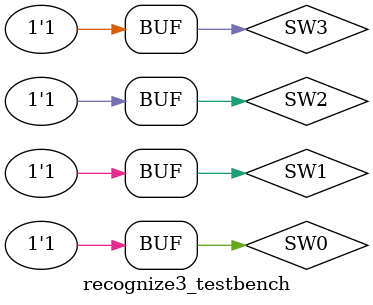
<source format=sv>
module recognize3(LEDvalue, SW3, SW2, SW1, SW0);
	output LEDvalue;
	input SW3, SW2, SW1, SW0;
	
	assign LEDvalue = (~SW3)*(~SW2)*SW1*SW0;
endmodule

module recognize3_testbench();
	reg SW3, SW2, SW1, SW0;
	wire LEDvalue;
	
	recognize3 dut (.LEDvalue, .SW3, .SW2, .SW1, .SW0);
	
	initial begin
		SW3=0; SW2=0; SW1=0; SW0=0; #10;
		SW3=0; SW2=0; SW1=0; SW0=1; #10;
		SW3=0; SW2=0; SW1=1; SW0=0; #10;
		SW3=0; SW2=0; SW1=1; SW0=1; #10;
		SW3=0; SW2=1; SW1=0; SW0=0; #10;
		SW3=0; SW2=1; SW1=0; SW0=1; #10;
		SW3=0; SW2=1; SW1=1; SW0=0; #10;
		SW3=0; SW2=1; SW1=1; SW0=1; #10;
		SW3=1; SW2=0; SW1=0; SW0=0; #10;
		SW3=1; SW2=0; SW1=0; SW0=1; #10;
		SW3=1; SW2=0; SW1=1; SW0=0; #10;
		SW3=1; SW2=0; SW1=1; SW0=1; #10;
		SW3=1; SW2=1; SW1=0; SW0=0; #10;
		SW3=1; SW2=1; SW1=0; SW0=1; #10;
		SW3=1; SW2=1; SW1=1; SW0=0; #10;
		SW3=1; SW2=1; SW1=1; SW0=1; #10;
	end
endmodule

</source>
